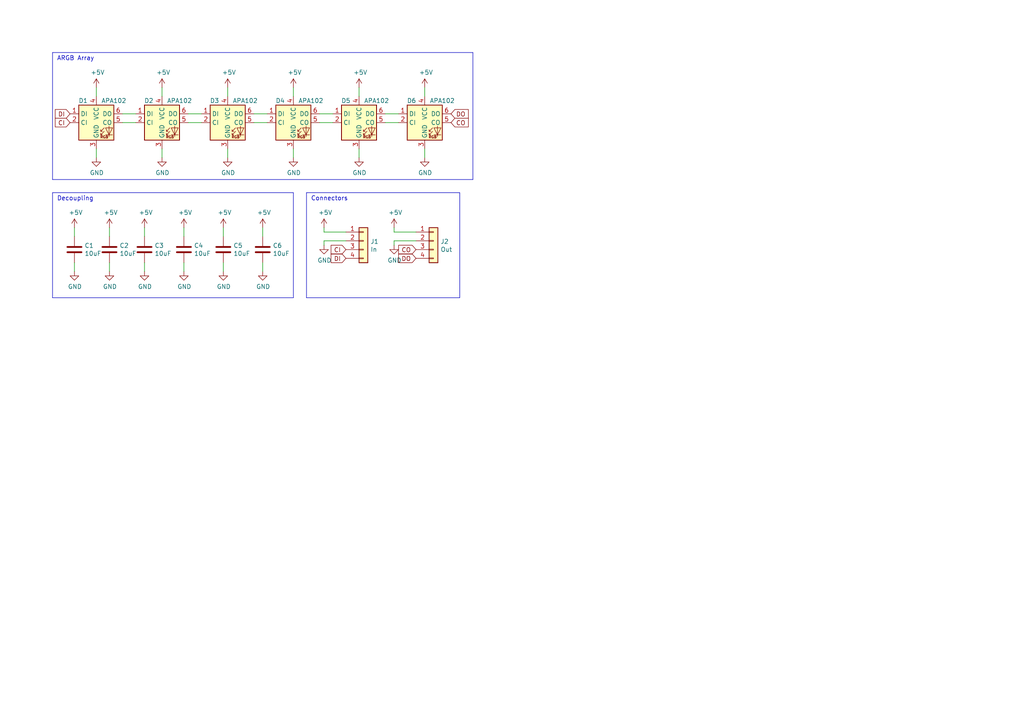
<source format=kicad_sch>
(kicad_sch (version 20230121) (generator eeschema)
  (paper "A4")
  (lib_symbols
    (symbol "Connector_Generic:Conn_01x04" (pin_names (offset 1.016) hide)
      (property "Reference" "J" (at 0 5.08 0))
      (property "Value" "Conn_01x04" (at 0 -7.62 0))
      (symbol "Conn_01x04_1_1"
        (rectangle (start -1.27 -4.953) (end 0 -5.207) (stroke (width 0.1524)))
        (rectangle (start -1.27 -2.413) (end 0 -2.667) (stroke (width 0.1524)))
        (rectangle (start -1.27 0.127) (end 0 -0.127) (stroke (width 0.1524)))
        (rectangle (start -1.27 2.667) (end 0 2.413) (stroke (width 0.1524)))
        (rectangle (start -1.27 3.81) (end 1.27 -6.35) (stroke (width 0.254)) (fill (type background)))
        (pin passive line (at -5.08 2.54 0) (length 3.81) (name "Pin_1") (number "1"))
        (pin passive line (at -5.08 0 0) (length 3.81) (name "Pin_2") (number "2"))
        (pin passive line (at -5.08 -2.54 0) (length 3.81) (name "Pin_3") (number "3"))
        (pin passive line (at -5.08 -5.08 0) (length 3.81) (name "Pin_4") (number "4"))
      )
    )
    (symbol "Device:C" (pin_numbers hide) (pin_names (offset 0.254))
      (property "Reference" "C" (at 0.635 2.54 0))
      (property "Value" "C" (at 0.635 -2.54 0))
      (symbol "C_0_1"
        (polyline (pts (xy -2.032 -0.762) (xy 2.032 -0.762)) (stroke (width 0.508)))
        (polyline (pts (xy -2.032 0.762) (xy 2.032 0.762)) (stroke (width 0.508)))
      )
      (symbol "C_1_1"
        (pin passive line (at 0 3.81 270) (length 2.794) (name "~") (number "1"))
        (pin passive line (at 0 -3.81 90) (length 2.794) (name "~") (number "2"))
      )
    )
    (symbol "LED:APA102"
      (property "Reference" "D" (at 5.08 5.715 0))
      (property "Value" "APA102" (at 1.27 -5.715 0))
      (symbol "APA102_0_0"
        (text "RGB" (at 2.286 -4.191 0) (effects (font (size 0.762 0.762))))
      )
      (symbol "APA102_0_1"
        (polyline (pts (xy 1.27 -3.556) (xy 1.778 -3.556)))
        (polyline (pts (xy 1.27 -2.54) (xy 1.778 -2.54)))
        (polyline (pts (xy 4.699 -3.556) (xy 2.667 -3.556)))
        (polyline (pts (xy 2.286 -2.54) (xy 1.27 -3.556) (xy 1.27 -3.048)))
        (polyline (pts (xy 2.286 -1.524) (xy 1.27 -2.54) (xy 1.27 -2.032)))
        (polyline (pts (xy 3.683 -1.016) (xy 3.683 -3.556) (xy 3.683 -4.064)))
        (polyline (pts (xy 4.699 -1.524) (xy 2.667 -1.524) (xy 3.683 -3.556) (xy 4.699 -1.524)))
        (rectangle (start 5.08 5.08) (end -5.08 -5.08) (stroke (width 0.254)) (fill (type background)))
      )
      (symbol "APA102_1_1"
        (pin input line (at -7.62 2.54 0) (length 2.54) (name "DI") (number "1"))
        (pin input line (at -7.62 0 0) (length 2.54) (name "CI") (number "2"))
        (pin power_in line (at 0 -7.62 90) (length 2.54) (name "GND") (number "3"))
        (pin power_in line (at 0 7.62 270) (length 2.54) (name "VCC") (number "4"))
        (pin output line (at 7.62 0 180) (length 2.54) (name "CO") (number "5"))
        (pin output line (at 7.62 2.54 180) (length 2.54) (name "DO") (number "6"))
      )
    )
    (symbol "power:+5V" (power) (pin_names (offset 0))
      (property "Value" "+5V" (at 0 3.556 0))
      (symbol "+5V_0_1"
        (polyline (pts (xy -0.762 1.27) (xy 0 2.54)))
        (polyline (pts (xy 0 0) (xy 0 2.54)))
        (polyline (pts (xy 0 2.54) (xy 0.762 1.27)))
      )
      (symbol "+5V_1_1"
        (pin power_in line (at 0 0 90) (length 0) hide (name "+5V") (number "1"))
      )
    )
    (symbol "power:GND" (power) (pin_names (offset 0))
      (property "Value" "GND" (at 0 -3.81 0))
      (symbol "GND_0_1"
        (polyline (pts (xy 0 0) (xy 0 -1.27) (xy 1.27 -1.27) (xy 0 -2.54) (xy -1.27 -1.27) (xy 0 -1.27)))
      )
      (symbol "GND_1_1"
        (pin power_in line (at 0 0 270) (length 0) hide (name "GND") (number "1"))
      )
    )
  )
  (wire (pts (xy 66.04 25.4) (xy 66.04 27.94)))
  (wire (pts (xy 120.65 67.31) (xy 114.3 67.31)))
  (wire (pts (xy 73.66 33.02) (xy 77.47 33.02)))
  (wire (pts (xy 111.76 33.02) (xy 115.57 33.02)))
  (polyline (pts (xy 85.09 55.88) (xy 85.09 86.36)))
  (wire (pts (xy 123.19 27.94) (xy 123.19 25.4)))
  (wire (pts (xy 46.99 43.18) (xy 46.99 45.72)))
  (polyline (pts (xy 15.24 52.07) (xy 15.24 15.24)))
  (wire (pts (xy 92.71 33.02) (xy 96.52 33.02)))
  (polyline (pts (xy 137.16 52.07) (xy 15.24 52.07)))
  (wire (pts (xy 64.77 66.04) (xy 64.77 68.58)))
  (wire (pts (xy 27.94 43.18) (xy 27.94 45.72)))
  (polyline (pts (xy 15.24 15.24) (xy 137.16 15.24)))
  (wire (pts (xy 54.61 35.56) (xy 58.42 35.56)))
  (wire (pts (xy 31.75 66.04) (xy 31.75 68.58)))
  (wire (pts (xy 93.98 69.85) (xy 93.98 71.12)))
  (polyline (pts (xy 133.35 55.88) (xy 133.35 86.36)))
  (wire (pts (xy 41.91 68.58) (xy 41.91 66.04)))
  (polyline (pts (xy 88.9 86.36) (xy 88.9 55.88)))
  (wire (pts (xy 114.3 69.85) (xy 114.3 71.12)))
  (wire (pts (xy 76.2 66.04) (xy 76.2 68.58)))
  (wire (pts (xy 66.04 43.18) (xy 66.04 45.72)))
  (polyline (pts (xy 88.9 55.88) (xy 133.35 55.88)))
  (wire (pts (xy 53.34 76.2) (xy 53.34 78.74)))
  (polyline (pts (xy 85.09 86.36) (xy 15.24 86.36)))
  (wire (pts (xy 85.09 27.94) (xy 85.09 25.4)))
  (wire (pts (xy 73.66 35.56) (xy 77.47 35.56)))
  (wire (pts (xy 64.77 76.2) (xy 64.77 78.74)))
  (wire (pts (xy 93.98 67.31) (xy 93.98 66.04)))
  (wire (pts (xy 35.56 35.56) (xy 39.37 35.56)))
  (wire (pts (xy 123.19 45.72) (xy 123.19 43.18)))
  (wire (pts (xy 85.09 43.18) (xy 85.09 45.72)))
  (wire (pts (xy 35.56 33.02) (xy 39.37 33.02)))
  (wire (pts (xy 27.94 25.4) (xy 27.94 27.94)))
  (wire (pts (xy 100.33 67.31) (xy 93.98 67.31)))
  (wire (pts (xy 41.91 76.2) (xy 41.91 78.74)))
  (wire (pts (xy 100.33 69.85) (xy 93.98 69.85)))
  (polyline (pts (xy 15.24 86.36) (xy 15.24 55.88)))
  (wire (pts (xy 114.3 67.31) (xy 114.3 66.04)))
  (wire (pts (xy 53.34 66.04) (xy 53.34 68.58)))
  (wire (pts (xy 46.99 27.94) (xy 46.99 25.4)))
  (wire (pts (xy 76.2 76.2) (xy 76.2 78.74)))
  (wire (pts (xy 104.14 43.18) (xy 104.14 45.72)))
  (wire (pts (xy 54.61 33.02) (xy 58.42 33.02)))
  (polyline (pts (xy 133.35 86.36) (xy 88.9 86.36)))
  (wire (pts (xy 21.59 66.04) (xy 21.59 68.58)))
  (wire (pts (xy 104.14 25.4) (xy 104.14 27.94)))
  (wire (pts (xy 92.71 35.56) (xy 96.52 35.56)))
  (polyline (pts (xy 137.16 15.24) (xy 137.16 52.07)))
  (polyline (pts (xy 15.24 55.88) (xy 85.09 55.88)))
  (wire (pts (xy 21.59 76.2) (xy 21.59 78.74)))
  (wire (pts (xy 120.65 69.85) (xy 114.3 69.85)))
  (wire (pts (xy 111.76 35.56) (xy 115.57 35.56)))
  (wire (pts (xy 31.75 76.2) (xy 31.75 78.74)))
  (text "ARGB Array" (at 16.51 17.78 0) (effects (font (size 1.27 1.27)) (justify left bottom)))
  (text "Decoupling" (at 16.51 58.42 0) (effects (font (size 1.27 1.27)) (justify left bottom)))
  (text "Connectors" (at 90.17 58.42 0) (effects (font (size 1.27 1.27)) (justify left bottom)))
  (global_label "CO" (shape input) (at 120.65 72.39 180) (property "Intersheetrefs" "${INTERSHEET_REFS}" (effects hide)))
  (global_label "CI" (shape input) (at 20.32 35.56 180) (property "Intersheetrefs" "${INTERSHEET_REFS}" (effects hide)))
  (global_label "DI" (shape input) (at 20.32 33.02 180) (property "Intersheetrefs" "${INTERSHEET_REFS}" (effects hide)))
  (global_label "CI" (shape input) (at 100.33 72.39 180) (property "Intersheetrefs" "${INTERSHEET_REFS}" (effects hide)))
  (global_label "CO" (shape input) (at 130.81 35.56 0) (property "Intersheetrefs" "${INTERSHEET_REFS}" (effects hide)))
  (global_label "DO" (shape input) (at 120.65 74.93 180) (property "Intersheetrefs" "${INTERSHEET_REFS}" (effects hide)))
  (global_label "DO" (shape input) (at 130.81 33.02 0) (property "Intersheetrefs" "${INTERSHEET_REFS}" (effects hide)))
  (global_label "DI" (shape input) (at 100.33 74.93 180) (property "Intersheetrefs" "${INTERSHEET_REFS}" (effects hide)))
  (symbol (lib_id "LED:APA102") (at 27.94 35.56 0) (unit 1)
    (property "Reference" "D1" (at 24.13 29.21 0))
    (property "Value" "APA102" (at 33.02 29.21 0))
    (property "Footprint" "LED_SMD:LED_RGB_5050-6" (effects hide))
    (property "Datasheet" "http://www.led-color.com/upload/201506/APA102%20LED.pdf" (effects hide))
  )
  (symbol (lib_id "LED:APA102") (at 46.99 35.56 0) (unit 1)
    (property "Reference" "D2" (at 43.18 29.21 0))
    (property "Value" "APA102" (at 52.07 29.21 0))
    (property "Footprint" "LED_SMD:LED_RGB_5050-6" (effects hide))
    (property "Datasheet" "http://www.led-color.com/upload/201506/APA102%20LED.pdf" (effects hide))
  )
  (symbol (lib_id "LED:APA102") (at 66.04 35.56 0) (unit 1)
    (property "Reference" "D3" (at 62.23 29.21 0))
    (property "Value" "APA102" (at 71.12 29.21 0))
    (property "Footprint" "LED_SMD:LED_RGB_5050-6" (effects hide))
    (property "Datasheet" "http://www.led-color.com/upload/201506/APA102%20LED.pdf" (effects hide))
  )
  (symbol (lib_id "LED:APA102") (at 85.09 35.56 0) (unit 1)
    (property "Reference" "D4" (at 81.28 29.21 0))
    (property "Value" "APA102" (at 90.17 29.21 0))
    (property "Footprint" "LED_SMD:LED_RGB_5050-6" (effects hide))
    (property "Datasheet" "http://www.led-color.com/upload/201506/APA102%20LED.pdf" (effects hide))
  )
  (symbol (lib_id "LED:APA102") (at 104.14 35.56 0) (unit 1)
    (property "Reference" "D5" (at 100.33 29.21 0))
    (property "Value" "APA102" (at 109.22 29.21 0))
    (property "Footprint" "LED_SMD:LED_RGB_5050-6" (effects hide))
    (property "Datasheet" "http://www.led-color.com/upload/201506/APA102%20LED.pdf" (effects hide))
  )
  (symbol (lib_id "LED:APA102") (at 123.19 35.56 0) (unit 1)
    (property "Reference" "D6" (at 119.38 29.21 0))
    (property "Value" "APA102" (at 128.27 29.21 0))
    (property "Footprint" "LED_SMD:LED_RGB_5050-6" (effects hide))
    (property "Datasheet" "http://www.led-color.com/upload/201506/APA102%20LED.pdf" (effects hide))
  )
  (symbol (lib_id "Device:C") (at 21.59 72.39 0) (unit 1)
    (property "Reference" "C1" (at 24.511 71.2216 0) (effects (justify left)))
    (property "Value" "10uF" (at 24.511 73.533 0) (effects (justify left)))
    (property "Footprint" "Capacitor_SMD:C_0805_2012Metric" (effects hide))
  )
  (symbol (lib_id "Device:C") (at 31.75 72.39 0) (unit 1)
    (property "Reference" "C2" (at 34.671 71.2216 0) (effects (justify left)))
    (property "Value" "10uF" (at 34.671 73.533 0) (effects (justify left)))
    (property "Footprint" "Capacitor_SMD:C_0805_2012Metric" (effects hide))
  )
  (symbol (lib_id "Device:C") (at 41.91 72.39 0) (unit 1)
    (property "Reference" "C3" (at 44.831 71.2216 0) (effects (justify left)))
    (property "Value" "10uF" (at 44.831 73.533 0) (effects (justify left)))
    (property "Footprint" "Capacitor_SMD:C_0805_2012Metric" (effects hide))
  )
  (symbol (lib_id "Device:C") (at 53.34 72.39 0) (unit 1)
    (property "Reference" "C4" (at 56.261 71.2216 0) (effects (justify left)))
    (property "Value" "10uF" (at 56.261 73.533 0) (effects (justify left)))
    (property "Footprint" "Capacitor_SMD:C_0805_2012Metric" (effects hide))
  )
  (symbol (lib_id "Device:C") (at 64.77 72.39 0) (unit 1)
    (property "Reference" "C5" (at 67.691 71.2216 0) (effects (justify left)))
    (property "Value" "10uF" (at 67.691 73.533 0) (effects (justify left)))
    (property "Footprint" "Capacitor_SMD:C_0805_2012Metric" (effects hide))
  )
  (symbol (lib_id "Device:C") (at 76.2 72.39 0) (unit 1)
    (property "Reference" "C6" (at 79.121 71.2216 0) (effects (justify left)))
    (property "Value" "10uF" (at 79.121 73.533 0) (effects (justify left)))
    (property "Footprint" "Capacitor_SMD:C_0805_2012Metric" (effects hide))
  )
  (symbol (lib_id "power:GND") (at 21.59 78.74 0) (unit 1)
    (property "Reference" "#PWR0124" (effects hide))
    (property "Value" "GND" (at 21.717 83.1342 0))
  )
  (symbol (lib_id "power:GND") (at 31.75 78.74 0) (unit 1)
    (property "Reference" "#PWR0123" (effects hide))
    (property "Value" "GND" (at 31.877 83.1342 0))
  )
  (symbol (lib_id "power:GND") (at 41.91 78.74 0) (unit 1)
    (property "Reference" "#PWR0122" (effects hide))
    (property "Value" "GND" (at 42.037 83.1342 0))
  )
  (symbol (lib_id "power:GND") (at 53.34 78.74 0) (unit 1)
    (property "Reference" "#PWR0121" (effects hide))
    (property "Value" "GND" (at 53.467 83.1342 0))
  )
  (symbol (lib_id "power:GND") (at 64.77 78.74 0) (unit 1)
    (property "Reference" "#PWR0120" (effects hide))
    (property "Value" "GND" (at 64.897 83.1342 0))
  )
  (symbol (lib_id "power:GND") (at 76.2 78.74 0) (unit 1)
    (property "Reference" "#PWR0119" (effects hide))
    (property "Value" "GND" (at 76.327 83.1342 0))
  )
  (symbol (lib_id "power:GND") (at 27.94 45.72 0) (unit 1)
    (property "Reference" "#PWR0101" (effects hide))
    (property "Value" "GND" (at 28.067 50.1142 0))
  )
  (symbol (lib_id "power:GND") (at 46.99 45.72 0) (unit 1)
    (property "Reference" "#PWR0102" (effects hide))
    (property "Value" "GND" (at 47.117 50.1142 0))
  )
  (symbol (lib_id "power:GND") (at 66.04 45.72 0) (unit 1)
    (property "Reference" "#PWR0103" (effects hide))
    (property "Value" "GND" (at 66.167 50.1142 0))
  )
  (symbol (lib_id "power:GND") (at 85.09 45.72 0) (unit 1)
    (property "Reference" "#PWR0104" (effects hide))
    (property "Value" "GND" (at 85.217 50.1142 0))
  )
  (symbol (lib_id "power:GND") (at 104.14 45.72 0) (unit 1)
    (property "Reference" "#PWR0105" (effects hide))
    (property "Value" "GND" (at 104.267 50.1142 0))
  )
  (symbol (lib_id "power:GND") (at 123.19 45.72 0) (unit 1)
    (property "Reference" "#PWR0106" (effects hide))
    (property "Value" "GND" (at 123.317 50.1142 0))
  )
  (symbol (lib_id "power:+5V") (at 21.59 66.04 0) (unit 1)
    (property "Reference" "#PWR0118" (effects hide))
    (property "Value" "+5V" (at 21.971 61.6458 0))
  )
  (symbol (lib_id "power:+5V") (at 31.75 66.04 0) (unit 1)
    (property "Reference" "#PWR0117" (effects hide))
    (property "Value" "+5V" (at 32.131 61.6458 0))
  )
  (symbol (lib_id "power:+5V") (at 41.91 66.04 0) (unit 1)
    (property "Reference" "#PWR0116" (effects hide))
    (property "Value" "+5V" (at 42.291 61.6458 0))
  )
  (symbol (lib_id "power:+5V") (at 53.34 66.04 0) (unit 1)
    (property "Reference" "#PWR0115" (effects hide))
    (property "Value" "+5V" (at 53.721 61.6458 0))
  )
  (symbol (lib_id "power:+5V") (at 64.77 66.04 0) (unit 1)
    (property "Reference" "#PWR0114" (effects hide))
    (property "Value" "+5V" (at 65.151 61.6458 0))
  )
  (symbol (lib_id "power:+5V") (at 76.2 66.04 0) (unit 1)
    (property "Reference" "#PWR0113" (effects hide))
    (property "Value" "+5V" (at 76.581 61.6458 0))
  )
  (symbol (lib_id "power:+5V") (at 27.94 25.4 0) (unit 1)
    (property "Reference" "#PWR0107" (effects hide))
    (property "Value" "+5V" (at 28.321 21.0058 0))
  )
  (symbol (lib_id "power:+5V") (at 46.99 25.4 0) (unit 1)
    (property "Reference" "#PWR0108" (effects hide))
    (property "Value" "+5V" (at 47.371 21.0058 0))
  )
  (symbol (lib_id "power:+5V") (at 66.04 25.4 0) (unit 1)
    (property "Reference" "#PWR0109" (effects hide))
    (property "Value" "+5V" (at 66.421 21.0058 0))
  )
  (symbol (lib_id "power:+5V") (at 85.09 25.4 0) (unit 1)
    (property "Reference" "#PWR0110" (effects hide))
    (property "Value" "+5V" (at 85.471 21.0058 0))
  )
  (symbol (lib_id "power:+5V") (at 104.14 25.4 0) (unit 1)
    (property "Reference" "#PWR0111" (effects hide))
    (property "Value" "+5V" (at 104.521 21.0058 0))
  )
  (symbol (lib_id "power:+5V") (at 123.19 25.4 0) (unit 1)
    (property "Reference" "#PWR0112" (effects hide))
    (property "Value" "+5V" (at 123.571 21.0058 0))
  )
  (symbol (lib_id "Connector_Generic:Conn_01x04") (at 105.41 69.85 0) (unit 1)
    (property "Reference" "J1" (at 107.442 70.0532 0) (effects (justify left)))
    (property "Value" "In" (at 107.442 72.3646 0) (effects (justify left)))
    (property "Footprint" "Connector_JST:JST_PH_B4B-PH-SM4-TB_1x04-1MP_P2.00mm_Vertical" (effects hide))
  )
  (symbol (lib_id "Connector_Generic:Conn_01x04") (at 125.73 69.85 0) (unit 1)
    (property "Reference" "J2" (at 127.762 70.0532 0) (effects (justify left)))
    (property "Value" "Out" (at 127.762 72.3646 0) (effects (justify left)))
    (property "Footprint" "Connector_JST:JST_PH_B4B-PH-SM4-TB_1x04-1MP_P2.00mm_Vertical" (effects hide))
  )
  (symbol (lib_id "power:GND") (at 93.98 71.12 0) (unit 1)
    (property "Reference" "#PWR0125" (effects hide))
    (property "Value" "GND" (at 94.107 75.5142 0))
  )
  (symbol (lib_id "power:GND") (at 114.3 71.12 0) (unit 1)
    (property "Reference" "#PWR0126" (effects hide))
    (property "Value" "GND" (at 114.427 75.5142 0))
  )
  (symbol (lib_id "power:+5V") (at 93.98 66.04 0) (unit 1)
    (property "Reference" "#PWR0127" (effects hide))
    (property "Value" "+5V" (at 94.361 61.6458 0))
  )
  (symbol (lib_id "power:+5V") (at 114.3 66.04 0) (unit 1)
    (property "Reference" "#PWR0128" (effects hide))
    (property "Value" "+5V" (at 114.681 61.6458 0))
  )
)
</source>
